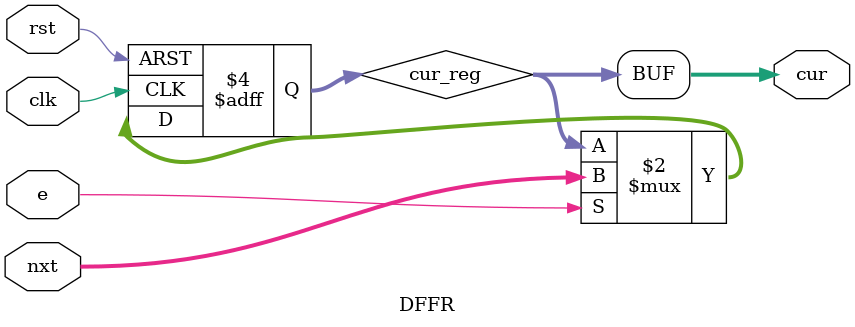
<source format=sv>
module DFFR #(
    parameter WIDTH = 32,
    parameter INIT_VALUE = 0
) (
    input wire clk,
    input wire rst,
    input wire e,
    input  wire[WIDTH-1 : 0] nxt,
    output wire[WIDTH-1 : 0] cur
);
reg[WIDTH-1 : 0] cur_reg;
assign cur = cur_reg;
always_ff @(posedge clk or posedge rst) begin
    if (rst)
        cur_reg <= INIT_VALUE;
    else if (e)
        cur_reg <= nxt;
end
    
endmodule
</source>
